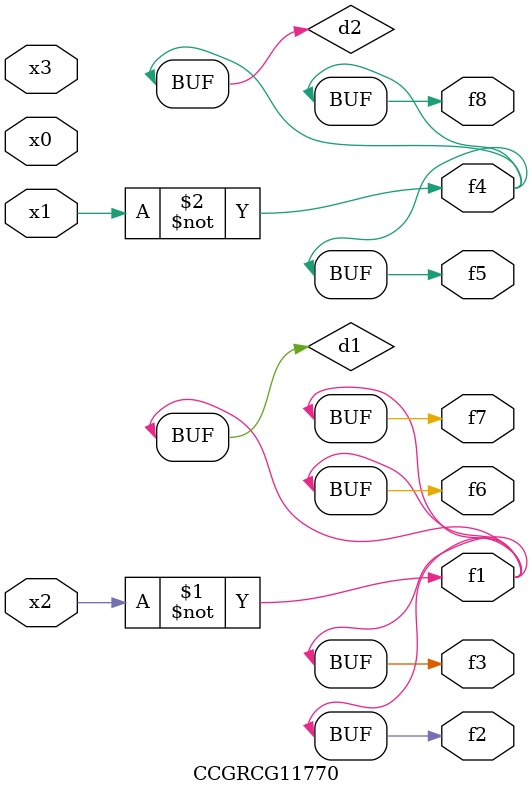
<source format=v>
module CCGRCG11770(
	input x0, x1, x2, x3,
	output f1, f2, f3, f4, f5, f6, f7, f8
);

	wire d1, d2;

	xnor (d1, x2);
	not (d2, x1);
	assign f1 = d1;
	assign f2 = d1;
	assign f3 = d1;
	assign f4 = d2;
	assign f5 = d2;
	assign f6 = d1;
	assign f7 = d1;
	assign f8 = d2;
endmodule

</source>
